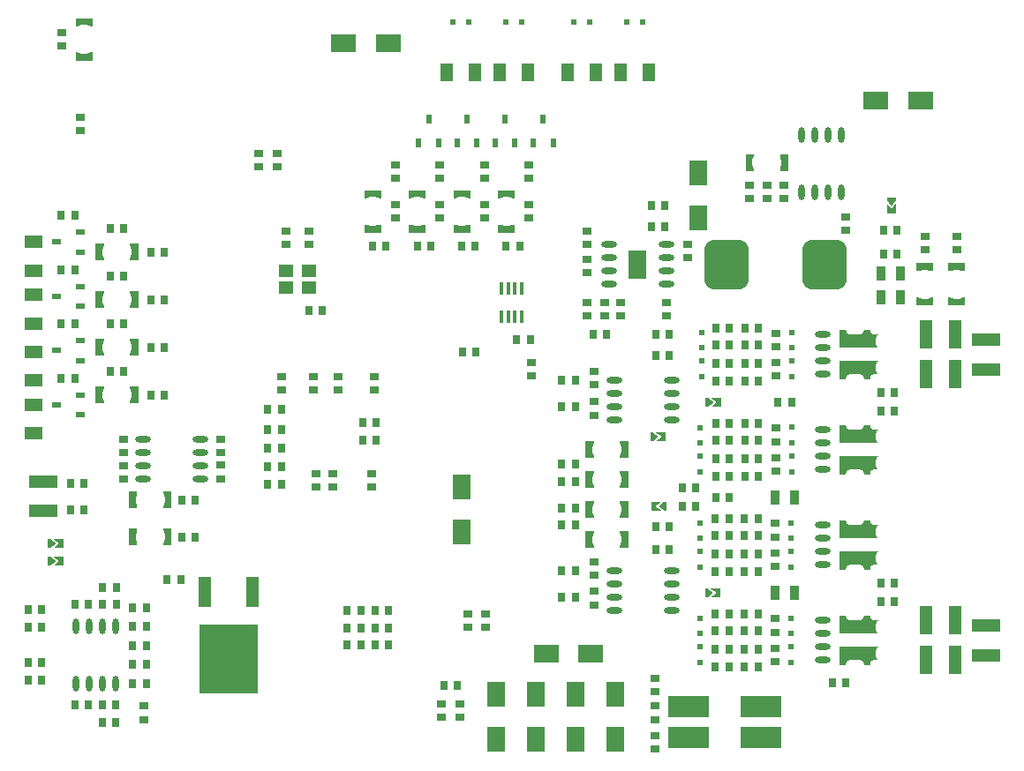
<source format=gbp>
G04*
G04 #@! TF.GenerationSoftware,Altium Limited,Altium Designer,22.8.2 (66)*
G04*
G04 Layer_Color=128*
%FSLAX44Y44*%
%MOMM*%
G71*
G04*
G04 #@! TF.SameCoordinates,5F540E87-1B0C-4F24-9FDC-59AD78F45D3A*
G04*
G04*
G04 #@! TF.FilePolarity,Positive*
G04*
G01*
G75*
%ADD74R,0.9500X0.7000*%
%ADD75R,0.7000X0.9500*%
%ADD77R,2.7500X1.2500*%
%ADD78R,1.2500X2.7500*%
%ADD79O,1.5000X0.6000*%
%ADD80R,5.6500X6.7000*%
%ADD81R,1.2000X2.9500*%
%ADD83R,0.6000X0.5000*%
%ADD84O,0.6000X1.5000*%
%ADD87R,1.4000X1.2000*%
%ADD88R,1.7500X2.4500*%
%ADD89R,2.4500X1.7500*%
%ADD90R,1.2500X1.7500*%
%ADD91R,0.6000X0.9000*%
%ADD94O,0.4000X1.2200*%
G04:AMPARAMS|DCode=95|XSize=4.3mm|YSize=4.8mm|CornerRadius=1.075mm|HoleSize=0mm|Usage=FLASHONLY|Rotation=0.000|XOffset=0mm|YOffset=0mm|HoleType=Round|Shape=RoundedRectangle|*
%AMROUNDEDRECTD95*
21,1,4.3000,2.6500,0,0,0.0*
21,1,2.1500,4.8000,0,0,0.0*
1,1,2.1500,1.0750,-1.3250*
1,1,2.1500,-1.0750,-1.3250*
1,1,2.1500,-1.0750,1.3250*
1,1,2.1500,1.0750,1.3250*
%
%ADD95ROUNDEDRECTD95*%
%ADD99R,0.9500X1.4000*%
%ADD100R,4.0000X2.0000*%
%ADD103R,0.5000X0.6000*%
%ADD104R,0.9000X0.6000*%
%ADD105R,1.7500X1.2500*%
%ADD138R,1.7100X2.7000*%
G36*
X578230Y1113590D02*
X576539Y1113588D01*
X576539Y1113588D01*
X575038Y1114239D01*
X571862Y1114995D01*
X568597Y1114996D01*
X565421Y1114240D01*
X563920Y1113590D01*
X562230Y1113590D01*
Y1121590D01*
X578230D01*
Y1113590D01*
D02*
G37*
G36*
Y1088590D02*
Y1080590D01*
X562230D01*
Y1088590D01*
X563920Y1088590D01*
X565421Y1087940D01*
X568597Y1087184D01*
X571862Y1087185D01*
X575038Y1087941D01*
X576539Y1088592D01*
X576539Y1088592D01*
X578230Y1088590D01*
D02*
G37*
G36*
X1245860Y974990D02*
X1237860D01*
X1237860Y976680D01*
X1238510Y978181D01*
X1239266Y981357D01*
X1239265Y984622D01*
X1238509Y987798D01*
X1237858Y989299D01*
X1237858Y989299D01*
X1237860Y990990D01*
X1245860D01*
Y974990D01*
D02*
G37*
G36*
X1212862Y989299D02*
X1212862Y989299D01*
X1212211Y987798D01*
X1211455Y984622D01*
X1211454Y981357D01*
X1212210Y978181D01*
X1212860Y976680D01*
X1212860Y974990D01*
X1204860D01*
Y990990D01*
X1212860D01*
X1212862Y989299D01*
D02*
G37*
G36*
X983360Y948410D02*
X981670Y948410D01*
X980169Y949060D01*
X976993Y949816D01*
X973728Y949815D01*
X970551Y949059D01*
X969051Y948408D01*
X969051Y948408D01*
X967360Y948410D01*
Y956410D01*
X983360D01*
Y948410D01*
D02*
G37*
G36*
X940603D02*
X938913Y948410D01*
X937413Y949060D01*
X934236Y949816D01*
X930971Y949815D01*
X927795Y949059D01*
X926294Y948408D01*
X926294Y948408D01*
X924603Y948410D01*
Y956410D01*
X940603D01*
Y948410D01*
D02*
G37*
G36*
X897847D02*
X896156Y948410D01*
X894656Y949060D01*
X891479Y949816D01*
X888214Y949815D01*
X885038Y949059D01*
X883538Y948408D01*
X883538Y948408D01*
X881847Y948410D01*
Y956410D01*
X897847D01*
Y948410D01*
D02*
G37*
G36*
X855090D02*
X853400Y948410D01*
X851899Y949060D01*
X848723Y949816D01*
X845458Y949815D01*
X842281Y949059D01*
X840781Y948408D01*
X840781Y948408D01*
X839090Y948410D01*
Y956410D01*
X855090D01*
Y948410D01*
D02*
G37*
G36*
X1348994Y946912D02*
X1344930Y940816D01*
X1340866Y946404D01*
Y948944D01*
X1348994D01*
Y946912D01*
D02*
G37*
G36*
Y934022D02*
X1340866D01*
Y943610D01*
X1344930Y938022D01*
X1348994Y944118D01*
Y934022D01*
D02*
G37*
G36*
X970551Y922761D02*
X973728Y922005D01*
X976993Y922004D01*
X980169Y922760D01*
X981670Y923410D01*
X983360Y923410D01*
Y915410D01*
X967360D01*
Y923410D01*
X969051Y923412D01*
X970551Y922761D01*
D02*
G37*
G36*
X927795D02*
X930971Y922005D01*
X934236Y922004D01*
X937413Y922760D01*
X938913Y923410D01*
X940603Y923410D01*
Y915410D01*
X924603D01*
Y923410D01*
X926294Y923412D01*
X927795Y922761D01*
D02*
G37*
G36*
X885038D02*
X888214Y922005D01*
X891479Y922004D01*
X894656Y922760D01*
X896156Y923410D01*
X897847Y923410D01*
Y915410D01*
X881847D01*
Y923410D01*
X883538Y923412D01*
X885038Y922761D01*
D02*
G37*
G36*
X842281D02*
X845458Y922005D01*
X848723Y922004D01*
X851899Y922760D01*
X853400Y923410D01*
X855090Y923410D01*
Y915410D01*
X839090D01*
Y923410D01*
X840781Y923412D01*
X842281Y922761D01*
D02*
G37*
G36*
X622480Y889100D02*
X614480D01*
X614478Y890791D01*
X614478Y890791D01*
X615129Y892291D01*
X615885Y895468D01*
X615886Y898733D01*
X615130Y901909D01*
X614480Y903410D01*
X614480Y905100D01*
X622480D01*
Y889100D01*
D02*
G37*
G36*
X589480Y903410D02*
X588830Y901909D01*
X588074Y898733D01*
X588075Y895468D01*
X588831Y892291D01*
X589482Y890791D01*
X589480Y889100D01*
X581480D01*
Y905100D01*
X589480D01*
X589480Y903410D01*
D02*
G37*
G36*
X1415160Y878640D02*
X1413469Y878638D01*
X1413469Y878638D01*
X1411969Y879289D01*
X1408792Y880045D01*
X1405527Y880046D01*
X1402351Y879290D01*
X1400850Y878640D01*
X1399160Y878640D01*
Y886640D01*
X1415160D01*
Y878640D01*
D02*
G37*
G36*
X1384680D02*
X1382989Y878638D01*
X1382989Y878638D01*
X1381488Y879289D01*
X1378312Y880045D01*
X1375047Y880046D01*
X1371871Y879290D01*
X1370370Y878640D01*
X1368680Y878640D01*
Y886640D01*
X1384680D01*
Y878640D01*
D02*
G37*
G36*
X1415160Y853640D02*
Y845640D01*
X1399160D01*
Y853640D01*
X1400850Y853640D01*
X1402351Y852990D01*
X1405527Y852234D01*
X1408792Y852235D01*
X1411969Y852991D01*
X1413469Y853642D01*
X1413469Y853642D01*
X1415160Y853640D01*
D02*
G37*
G36*
X1384680D02*
Y845640D01*
X1368680D01*
Y853640D01*
X1370370Y853640D01*
X1371871Y852990D01*
X1375047Y852234D01*
X1378312Y852235D01*
X1381488Y852991D01*
X1382989Y853642D01*
X1382989Y853642D01*
X1384680Y853640D01*
D02*
G37*
G36*
X622480Y843380D02*
X614480D01*
X614478Y845071D01*
X614478Y845071D01*
X615129Y846571D01*
X615885Y849748D01*
X615886Y853013D01*
X615130Y856189D01*
X614480Y857690D01*
X614480Y859380D01*
X622480D01*
Y843380D01*
D02*
G37*
G36*
X589480Y857690D02*
X588830Y856189D01*
X588074Y853013D01*
X588075Y849748D01*
X588831Y846571D01*
X589482Y845071D01*
X589480Y843380D01*
X581480D01*
Y859380D01*
X589480D01*
X589480Y857690D01*
D02*
G37*
G36*
X1324228Y821932D02*
X1324236Y821670D01*
X1324262Y821409D01*
X1324305Y821151D01*
X1324364Y820896D01*
X1324440Y820645D01*
X1324532Y820400D01*
X1324641Y820162D01*
X1324764Y819931D01*
X1324902Y819708D01*
X1325055Y819495D01*
X1325221Y819293D01*
X1325400Y819102D01*
X1325591Y818923D01*
X1325794Y818756D01*
X1326006Y818604D01*
X1326229Y818466D01*
X1326460Y818342D01*
X1326698Y818234D01*
X1326944Y818142D01*
X1327194Y818066D01*
X1327449Y818006D01*
X1327708Y817964D01*
X1327968Y817938D01*
X1328230Y817930D01*
X1332089D01*
X1332029Y817898D01*
X1331806Y817759D01*
X1331594Y817607D01*
X1331391Y817441D01*
X1331200Y817262D01*
X1331021Y817070D01*
X1330855Y816868D01*
X1330702Y816655D01*
X1330564Y816433D01*
X1330441Y816202D01*
X1330332Y815963D01*
X1330240Y815718D01*
X1330164Y815468D01*
X1330105Y815212D01*
X1330062Y814954D01*
X1330036Y814693D01*
X1330028Y814432D01*
Y808632D01*
X1330036Y808370D01*
X1330062Y808109D01*
X1330105Y807851D01*
X1330164Y807596D01*
X1330240Y807345D01*
X1330332Y807100D01*
X1330441Y806861D01*
X1330564Y806631D01*
X1330702Y806408D01*
X1330855Y806195D01*
X1331021Y805993D01*
X1331200Y805802D01*
X1331391Y805623D01*
X1331594Y805456D01*
X1331806Y805304D01*
X1332029Y805166D01*
X1332089Y805134D01*
X1295233D01*
Y822579D01*
X1301229D01*
Y821932D01*
X1301237Y821670D01*
X1301263Y821409D01*
X1301306Y821151D01*
X1301365Y820896D01*
X1301441Y820645D01*
X1301533Y820400D01*
X1301641Y820162D01*
X1301765Y819931D01*
X1301903Y819708D01*
X1302056Y819495D01*
X1302222Y819293D01*
X1302401Y819102D01*
X1302592Y818923D01*
X1302794Y818756D01*
X1303007Y818604D01*
X1303230Y818466D01*
X1303461Y818342D01*
X1303699Y818234D01*
X1303944Y818142D01*
X1304195Y818066D01*
X1304450Y818006D01*
X1304708Y817964D01*
X1304969Y817938D01*
X1305231Y817930D01*
X1314230D01*
X1314252Y817930D01*
X1314273Y817930D01*
X1314382Y817934D01*
X1314492Y817938D01*
X1314513Y817940D01*
X1314535Y817941D01*
X1314644Y817953D01*
X1314752Y817964D01*
X1314774Y817967D01*
X1314795Y817970D01*
X1314903Y817989D01*
X1315011Y818006D01*
X1315032Y818011D01*
X1315053Y818015D01*
X1315159Y818041D01*
X1315266Y818066D01*
X1315286Y818072D01*
X1315307Y818077D01*
X1315412Y818110D01*
X1315516Y818142D01*
X1315536Y818149D01*
X1315557Y818156D01*
X1315659Y818196D01*
X1315762Y818234D01*
X1315781Y818243D01*
X1315801Y818251D01*
X1315900Y818297D01*
X1316000Y818342D01*
X1316019Y818352D01*
X1316039Y818362D01*
X1316135Y818414D01*
X1316231Y818466D01*
X1316249Y818477D01*
X1316268Y818487D01*
X1316361Y818546D01*
X1316454Y818604D01*
X1316471Y818616D01*
X1316489Y818628D01*
X1316577Y818693D01*
X1316666Y818756D01*
X1316683Y818770D01*
X1316700Y818783D01*
X1316784Y818853D01*
X1316869Y818923D01*
X1316884Y818937D01*
X1316901Y818951D01*
X1316980Y819027D01*
X1317060Y819102D01*
X1317075Y819117D01*
X1317090Y819132D01*
X1317164Y819213D01*
X1317239Y819293D01*
X1317253Y819310D01*
X1317267Y819325D01*
X1317335Y819410D01*
X1317405Y819495D01*
X1317418Y819513D01*
X1317431Y819530D01*
X1317494Y819619D01*
X1317558Y819708D01*
X1317569Y819726D01*
X1317581Y819744D01*
X1317638Y819838D01*
X1317696Y819931D01*
X1317706Y819950D01*
X1317717Y819968D01*
X1317767Y820064D01*
X1317819Y820162D01*
X1317828Y820181D01*
X1317838Y820200D01*
X1317882Y820300D01*
X1317928Y820400D01*
X1317935Y820420D01*
X1317944Y820440D01*
X1317981Y820543D01*
X1318020Y820645D01*
X1318026Y820666D01*
X1318033Y820686D01*
X1318064Y820791D01*
X1318096Y820896D01*
X1318101Y820917D01*
X1318107Y820937D01*
X1318131Y821045D01*
X1318155Y821151D01*
X1318159Y821172D01*
X1318163Y821193D01*
X1318180Y821301D01*
X1318198Y821409D01*
X1318200Y821431D01*
X1318203Y821452D01*
X1318213Y821561D01*
X1318224Y821670D01*
X1318224Y821691D01*
X1318226Y821713D01*
X1318229Y821823D01*
X1318232Y821932D01*
X1318231Y821953D01*
X1318232Y821975D01*
X1318225Y822579D01*
X1324228D01*
Y821932D01*
D02*
G37*
G36*
X622480Y797660D02*
X614480D01*
X614478Y799351D01*
X614478Y799351D01*
X615129Y800851D01*
X615885Y804028D01*
X615886Y807293D01*
X615130Y810469D01*
X614480Y811970D01*
X614480Y813660D01*
X622480D01*
Y797660D01*
D02*
G37*
G36*
X589480Y811970D02*
X588830Y810469D01*
X588074Y807293D01*
X588075Y804028D01*
X588831Y800851D01*
X589482Y799351D01*
X589480Y797660D01*
X581480D01*
Y813660D01*
X589480D01*
X589480Y811970D01*
D02*
G37*
G36*
X1332025Y792496D02*
X1331803Y792358D01*
X1331590Y792205D01*
X1331387Y792039D01*
X1331196Y791860D01*
X1331017Y791669D01*
X1330851Y791466D01*
X1330698Y791254D01*
X1330560Y791031D01*
X1330437Y790800D01*
X1330329Y790562D01*
X1330236Y790316D01*
X1330160Y790066D01*
X1330101Y789811D01*
X1330058Y789552D01*
X1330032Y789292D01*
X1330024Y789030D01*
Y783230D01*
X1330032Y782968D01*
X1330058Y782708D01*
X1330101Y782449D01*
X1330160Y782194D01*
X1330236Y781944D01*
X1330329Y781699D01*
X1330437Y781460D01*
X1330560Y781229D01*
X1330698Y781006D01*
X1330851Y780794D01*
X1331017Y780591D01*
X1331196Y780400D01*
X1331387Y780221D01*
X1331590Y780055D01*
X1331803Y779902D01*
X1332025Y779764D01*
X1332085Y779732D01*
X1328226D01*
X1327964Y779724D01*
X1327704Y779698D01*
X1327445Y779655D01*
X1327190Y779596D01*
X1326940Y779520D01*
X1326694Y779427D01*
X1326456Y779319D01*
X1326225Y779196D01*
X1326003Y779058D01*
X1325790Y778905D01*
X1325587Y778739D01*
X1325396Y778560D01*
X1325217Y778369D01*
X1325051Y778166D01*
X1324898Y777953D01*
X1324760Y777731D01*
X1324637Y777500D01*
X1324529Y777262D01*
X1324436Y777016D01*
X1324360Y776766D01*
X1324301Y776511D01*
X1324258Y776252D01*
X1324232Y775992D01*
X1324224Y775730D01*
Y775082D01*
X1318221D01*
X1318228Y775687D01*
X1318227Y775708D01*
X1318228Y775730D01*
X1318225Y775839D01*
X1318222Y775949D01*
X1318220Y775970D01*
X1318220Y775992D01*
X1318209Y776101D01*
X1318199Y776210D01*
X1318196Y776231D01*
X1318194Y776252D01*
X1318176Y776360D01*
X1318159Y776469D01*
X1318155Y776490D01*
X1318151Y776511D01*
X1318127Y776617D01*
X1318103Y776724D01*
X1318097Y776745D01*
X1318092Y776766D01*
X1318060Y776871D01*
X1318029Y776976D01*
X1318022Y776996D01*
X1318016Y777016D01*
X1317977Y777119D01*
X1317940Y777222D01*
X1317931Y777241D01*
X1317923Y777262D01*
X1317878Y777362D01*
X1317834Y777461D01*
X1317824Y777480D01*
X1317815Y777500D01*
X1317763Y777598D01*
X1317713Y777694D01*
X1317702Y777712D01*
X1317692Y777731D01*
X1317634Y777824D01*
X1317577Y777917D01*
X1317565Y777935D01*
X1317554Y777953D01*
X1317490Y778043D01*
X1317427Y778132D01*
X1317414Y778149D01*
X1317401Y778166D01*
X1317331Y778252D01*
X1317263Y778336D01*
X1317249Y778352D01*
X1317235Y778369D01*
X1317160Y778449D01*
X1317086Y778529D01*
X1317071Y778544D01*
X1317056Y778560D01*
X1316976Y778635D01*
X1316897Y778710D01*
X1316880Y778724D01*
X1316865Y778739D01*
X1316780Y778808D01*
X1316696Y778879D01*
X1316679Y778891D01*
X1316662Y778905D01*
X1316573Y778969D01*
X1316485Y779034D01*
X1316467Y779045D01*
X1316449Y779058D01*
X1316357Y779115D01*
X1316264Y779174D01*
X1316245Y779185D01*
X1316227Y779196D01*
X1316131Y779248D01*
X1316035Y779300D01*
X1316015Y779309D01*
X1315996Y779319D01*
X1315896Y779365D01*
X1315797Y779411D01*
X1315777Y779419D01*
X1315758Y779427D01*
X1315656Y779466D01*
X1315553Y779506D01*
X1315532Y779512D01*
X1315513Y779520D01*
X1315408Y779551D01*
X1315303Y779584D01*
X1315282Y779589D01*
X1315262Y779596D01*
X1315155Y779621D01*
X1315049Y779647D01*
X1315028Y779650D01*
X1315007Y779655D01*
X1314899Y779673D01*
X1314791Y779692D01*
X1314769Y779694D01*
X1314748Y779698D01*
X1314640Y779709D01*
X1314531Y779721D01*
X1314509Y779722D01*
X1314488Y779724D01*
X1314378Y779727D01*
X1314269Y779732D01*
X1314247Y779731D01*
X1314226Y779732D01*
X1305227D01*
X1304965Y779724D01*
X1304704Y779698D01*
X1304446Y779655D01*
X1304191Y779596D01*
X1303940Y779520D01*
X1303695Y779427D01*
X1303457Y779319D01*
X1303226Y779196D01*
X1303003Y779058D01*
X1302791Y778905D01*
X1302588Y778739D01*
X1302397Y778560D01*
X1302218Y778369D01*
X1302052Y778166D01*
X1301899Y777953D01*
X1301761Y777731D01*
X1301637Y777500D01*
X1301529Y777262D01*
X1301437Y777016D01*
X1301361Y776766D01*
X1301302Y776511D01*
X1301259Y776252D01*
X1301233Y775992D01*
X1301225Y775730D01*
Y775082D01*
X1295229D01*
Y792528D01*
X1332085D01*
X1332025Y792496D01*
D02*
G37*
G36*
X622480Y751940D02*
X614480D01*
X614478Y753631D01*
X614478Y753631D01*
X615129Y755132D01*
X615885Y758308D01*
X615886Y761573D01*
X615130Y764749D01*
X614480Y766250D01*
X614480Y767940D01*
X622480D01*
Y751940D01*
D02*
G37*
G36*
X589480Y766250D02*
X588830Y764749D01*
X588074Y761573D01*
X588075Y758308D01*
X588831Y755132D01*
X589482Y753631D01*
X589480Y751940D01*
X581480D01*
Y767940D01*
X589480D01*
X589480Y766250D01*
D02*
G37*
G36*
X1181398Y749047D02*
X1171810D01*
X1177398Y753111D01*
X1171302Y757175D01*
X1181398D01*
Y749047D01*
D02*
G37*
G36*
X1174604Y753111D02*
X1169016Y749047D01*
X1166476D01*
Y757175D01*
X1168508D01*
X1174604Y753111D01*
D02*
G37*
G36*
X1324228Y730492D02*
X1324236Y730230D01*
X1324262Y729969D01*
X1324305Y729711D01*
X1324364Y729456D01*
X1324440Y729205D01*
X1324532Y728960D01*
X1324641Y728721D01*
X1324764Y728491D01*
X1324902Y728268D01*
X1325055Y728055D01*
X1325221Y727853D01*
X1325400Y727662D01*
X1325591Y727483D01*
X1325794Y727317D01*
X1326006Y727164D01*
X1326229Y727026D01*
X1326460Y726902D01*
X1326698Y726794D01*
X1326944Y726702D01*
X1327194Y726626D01*
X1327449Y726566D01*
X1327708Y726524D01*
X1327968Y726498D01*
X1328230Y726489D01*
X1332089D01*
X1332029Y726458D01*
X1331806Y726319D01*
X1331594Y726167D01*
X1331391Y726001D01*
X1331200Y725822D01*
X1331021Y725630D01*
X1330855Y725428D01*
X1330702Y725215D01*
X1330564Y724993D01*
X1330441Y724762D01*
X1330332Y724523D01*
X1330240Y724278D01*
X1330164Y724027D01*
X1330105Y723772D01*
X1330062Y723514D01*
X1330036Y723253D01*
X1330028Y722992D01*
Y717192D01*
X1330036Y716930D01*
X1330062Y716669D01*
X1330105Y716411D01*
X1330164Y716156D01*
X1330240Y715905D01*
X1330332Y715660D01*
X1330441Y715422D01*
X1330564Y715191D01*
X1330702Y714968D01*
X1330855Y714755D01*
X1331021Y714553D01*
X1331200Y714362D01*
X1331391Y714183D01*
X1331594Y714016D01*
X1331806Y713864D01*
X1332029Y713726D01*
X1332089Y713694D01*
X1295233D01*
Y731140D01*
X1301229D01*
Y730492D01*
X1301237Y730230D01*
X1301263Y729969D01*
X1301306Y729711D01*
X1301365Y729456D01*
X1301441Y729205D01*
X1301533Y728960D01*
X1301641Y728721D01*
X1301765Y728491D01*
X1301903Y728268D01*
X1302056Y728055D01*
X1302222Y727853D01*
X1302401Y727662D01*
X1302592Y727483D01*
X1302794Y727317D01*
X1303007Y727164D01*
X1303230Y727026D01*
X1303461Y726902D01*
X1303699Y726794D01*
X1303944Y726702D01*
X1304195Y726626D01*
X1304450Y726566D01*
X1304708Y726524D01*
X1304969Y726498D01*
X1305231Y726489D01*
X1314230D01*
X1314252Y726490D01*
X1314273Y726490D01*
X1314382Y726495D01*
X1314492Y726498D01*
X1314513Y726500D01*
X1314535Y726501D01*
X1314644Y726513D01*
X1314752Y726524D01*
X1314774Y726527D01*
X1314795Y726530D01*
X1314903Y726549D01*
X1315011Y726566D01*
X1315032Y726571D01*
X1315053Y726575D01*
X1315159Y726601D01*
X1315266Y726626D01*
X1315286Y726632D01*
X1315307Y726637D01*
X1315412Y726670D01*
X1315516Y726702D01*
X1315536Y726709D01*
X1315557Y726716D01*
X1315659Y726756D01*
X1315762Y726794D01*
X1315781Y726803D01*
X1315801Y726811D01*
X1315900Y726857D01*
X1316000Y726902D01*
X1316019Y726912D01*
X1316039Y726921D01*
X1316135Y726974D01*
X1316231Y727026D01*
X1316249Y727037D01*
X1316268Y727047D01*
X1316361Y727106D01*
X1316454Y727164D01*
X1316471Y727177D01*
X1316489Y727188D01*
X1316577Y727253D01*
X1316666Y727317D01*
X1316683Y727330D01*
X1316700Y727343D01*
X1316784Y727413D01*
X1316869Y727483D01*
X1316884Y727497D01*
X1316901Y727511D01*
X1316980Y727587D01*
X1317060Y727662D01*
X1317075Y727677D01*
X1317090Y727692D01*
X1317164Y727773D01*
X1317239Y727853D01*
X1317253Y727870D01*
X1317267Y727885D01*
X1317335Y727970D01*
X1317405Y728055D01*
X1317418Y728073D01*
X1317431Y728090D01*
X1317494Y728179D01*
X1317558Y728268D01*
X1317569Y728286D01*
X1317581Y728304D01*
X1317638Y728398D01*
X1317696Y728491D01*
X1317706Y728510D01*
X1317717Y728528D01*
X1317767Y728624D01*
X1317819Y728721D01*
X1317828Y728741D01*
X1317838Y728760D01*
X1317882Y728860D01*
X1317928Y728960D01*
X1317935Y728980D01*
X1317944Y729000D01*
X1317981Y729102D01*
X1318020Y729205D01*
X1318026Y729226D01*
X1318033Y729246D01*
X1318064Y729351D01*
X1318096Y729456D01*
X1318101Y729477D01*
X1318107Y729497D01*
X1318131Y729605D01*
X1318155Y729711D01*
X1318159Y729732D01*
X1318163Y729753D01*
X1318180Y729861D01*
X1318198Y729969D01*
X1318200Y729991D01*
X1318203Y730012D01*
X1318213Y730121D01*
X1318224Y730230D01*
X1318224Y730251D01*
X1318226Y730273D01*
X1318229Y730383D01*
X1318232Y730492D01*
X1318231Y730513D01*
X1318232Y730535D01*
X1318225Y731140D01*
X1324228D01*
Y730492D01*
D02*
G37*
G36*
X1128458Y716026D02*
X1118870D01*
X1124458Y720090D01*
X1118362Y724154D01*
X1128458D01*
Y716026D01*
D02*
G37*
G36*
X1121664Y720090D02*
X1116076Y716026D01*
X1113536D01*
Y724154D01*
X1115568D01*
X1121664Y720090D01*
D02*
G37*
G36*
X1092300Y699390D02*
X1084300D01*
X1084300Y701080D01*
X1084950Y702581D01*
X1085706Y705757D01*
X1085706Y709022D01*
X1084949Y712198D01*
X1084298Y713699D01*
X1084298Y713699D01*
X1084300Y715390D01*
X1092300D01*
Y699390D01*
D02*
G37*
G36*
X1059302Y713699D02*
X1059302Y713699D01*
X1058652Y712198D01*
X1057895Y709022D01*
X1057894Y705757D01*
X1058650Y702581D01*
X1059300Y701080D01*
X1059300Y699390D01*
X1051300D01*
Y715390D01*
X1059300D01*
X1059302Y713699D01*
D02*
G37*
G36*
X1332025Y701056D02*
X1331803Y700918D01*
X1331590Y700765D01*
X1331387Y700599D01*
X1331196Y700420D01*
X1331017Y700229D01*
X1330851Y700026D01*
X1330698Y699814D01*
X1330560Y699591D01*
X1330437Y699360D01*
X1330329Y699121D01*
X1330236Y698876D01*
X1330160Y698626D01*
X1330101Y698371D01*
X1330058Y698112D01*
X1330032Y697852D01*
X1330024Y697590D01*
Y691790D01*
X1330032Y691528D01*
X1330058Y691268D01*
X1330101Y691009D01*
X1330160Y690754D01*
X1330236Y690504D01*
X1330329Y690258D01*
X1330437Y690020D01*
X1330560Y689789D01*
X1330698Y689566D01*
X1330851Y689354D01*
X1331017Y689151D01*
X1331196Y688960D01*
X1331387Y688781D01*
X1331590Y688615D01*
X1331803Y688462D01*
X1332025Y688324D01*
X1332085Y688292D01*
X1328226D01*
X1327964Y688284D01*
X1327704Y688258D01*
X1327445Y688215D01*
X1327190Y688156D01*
X1326940Y688080D01*
X1326694Y687988D01*
X1326456Y687879D01*
X1326225Y687756D01*
X1326003Y687618D01*
X1325790Y687465D01*
X1325587Y687299D01*
X1325396Y687120D01*
X1325217Y686929D01*
X1325051Y686726D01*
X1324898Y686514D01*
X1324760Y686291D01*
X1324637Y686060D01*
X1324529Y685822D01*
X1324436Y685576D01*
X1324360Y685326D01*
X1324301Y685071D01*
X1324258Y684812D01*
X1324232Y684552D01*
X1324224Y684290D01*
Y683642D01*
X1318221D01*
X1318228Y684247D01*
X1318227Y684268D01*
X1318228Y684290D01*
X1318225Y684399D01*
X1318222Y684509D01*
X1318220Y684530D01*
X1318220Y684552D01*
X1318209Y684661D01*
X1318199Y684770D01*
X1318196Y684791D01*
X1318194Y684812D01*
X1318176Y684920D01*
X1318159Y685029D01*
X1318155Y685050D01*
X1318151Y685071D01*
X1318127Y685177D01*
X1318103Y685284D01*
X1318097Y685305D01*
X1318092Y685326D01*
X1318060Y685431D01*
X1318029Y685536D01*
X1318022Y685556D01*
X1318016Y685576D01*
X1317977Y685679D01*
X1317940Y685782D01*
X1317931Y685801D01*
X1317923Y685822D01*
X1317878Y685921D01*
X1317834Y686021D01*
X1317824Y686040D01*
X1317815Y686060D01*
X1317763Y686158D01*
X1317713Y686254D01*
X1317702Y686272D01*
X1317692Y686291D01*
X1317634Y686384D01*
X1317577Y686478D01*
X1317565Y686495D01*
X1317554Y686514D01*
X1317490Y686603D01*
X1317427Y686692D01*
X1317414Y686709D01*
X1317401Y686726D01*
X1317331Y686812D01*
X1317263Y686896D01*
X1317249Y686912D01*
X1317235Y686929D01*
X1317160Y687009D01*
X1317086Y687089D01*
X1317071Y687104D01*
X1317056Y687120D01*
X1316976Y687195D01*
X1316897Y687270D01*
X1316880Y687284D01*
X1316865Y687299D01*
X1316780Y687368D01*
X1316696Y687439D01*
X1316679Y687451D01*
X1316662Y687465D01*
X1316573Y687529D01*
X1316485Y687594D01*
X1316467Y687605D01*
X1316449Y687618D01*
X1316357Y687675D01*
X1316264Y687734D01*
X1316245Y687745D01*
X1316227Y687756D01*
X1316131Y687807D01*
X1316035Y687860D01*
X1316015Y687869D01*
X1315996Y687879D01*
X1315896Y687925D01*
X1315797Y687971D01*
X1315777Y687979D01*
X1315758Y687988D01*
X1315656Y688026D01*
X1315553Y688066D01*
X1315532Y688072D01*
X1315513Y688080D01*
X1315408Y688111D01*
X1315303Y688144D01*
X1315282Y688149D01*
X1315262Y688156D01*
X1315155Y688181D01*
X1315049Y688207D01*
X1315028Y688210D01*
X1315007Y688215D01*
X1314899Y688233D01*
X1314791Y688252D01*
X1314769Y688254D01*
X1314748Y688258D01*
X1314640Y688269D01*
X1314531Y688280D01*
X1314509Y688281D01*
X1314488Y688284D01*
X1314378Y688287D01*
X1314269Y688292D01*
X1314247Y688291D01*
X1314226Y688292D01*
X1305227D01*
X1304965Y688284D01*
X1304704Y688258D01*
X1304446Y688215D01*
X1304191Y688156D01*
X1303940Y688080D01*
X1303695Y687988D01*
X1303457Y687879D01*
X1303226Y687756D01*
X1303003Y687618D01*
X1302791Y687465D01*
X1302588Y687299D01*
X1302397Y687120D01*
X1302218Y686929D01*
X1302052Y686726D01*
X1301899Y686514D01*
X1301761Y686291D01*
X1301637Y686060D01*
X1301529Y685822D01*
X1301437Y685576D01*
X1301361Y685326D01*
X1301302Y685071D01*
X1301259Y684812D01*
X1301233Y684552D01*
X1301225Y684290D01*
Y683642D01*
X1295229D01*
Y701088D01*
X1332085D01*
X1332025Y701056D01*
D02*
G37*
G36*
X1092300Y670603D02*
X1084300D01*
X1084300Y672293D01*
X1084950Y673794D01*
X1085706Y676970D01*
X1085706Y680236D01*
X1084949Y683412D01*
X1084298Y684912D01*
X1084298Y684912D01*
X1084300Y686603D01*
X1092300D01*
Y670603D01*
D02*
G37*
G36*
X1059302Y684912D02*
X1059302Y684912D01*
X1058652Y683412D01*
X1057895Y680236D01*
X1057894Y676970D01*
X1058650Y673794D01*
X1059300Y672293D01*
X1059300Y670603D01*
X1051300D01*
Y686603D01*
X1059300D01*
X1059302Y684912D01*
D02*
G37*
G36*
X654230Y651130D02*
X646230D01*
X646228Y652821D01*
X646228Y652821D01*
X646879Y654321D01*
X647635Y657498D01*
X647636Y660763D01*
X646880Y663939D01*
X646230Y665440D01*
X646230Y667130D01*
X654230D01*
Y651130D01*
D02*
G37*
G36*
X621230Y665440D02*
X620580Y663939D01*
X619824Y660763D01*
X619825Y657498D01*
X620581Y654322D01*
X621232Y652821D01*
X621230Y651130D01*
X613230D01*
Y667130D01*
X621230D01*
X621230Y665440D01*
D02*
G37*
G36*
X1129284Y648973D02*
X1127252D01*
X1121156Y653037D01*
X1126744Y657101D01*
X1129284D01*
Y648973D01*
D02*
G37*
G36*
X1118362Y653037D02*
X1124458Y648973D01*
X1114362D01*
Y657101D01*
X1123950D01*
X1118362Y653037D01*
D02*
G37*
G36*
X1092300Y641817D02*
X1084300D01*
X1084300Y643507D01*
X1084950Y645007D01*
X1085706Y648184D01*
X1085706Y651449D01*
X1084949Y654625D01*
X1084298Y656125D01*
X1084298Y656125D01*
X1084300Y657817D01*
X1092300D01*
Y641817D01*
D02*
G37*
G36*
X1059302Y656125D02*
X1059302Y656125D01*
X1058652Y654625D01*
X1057895Y651449D01*
X1057894Y648184D01*
X1058650Y645007D01*
X1059300Y643507D01*
X1059300Y641817D01*
X1051300D01*
Y657817D01*
X1059300D01*
X1059302Y656125D01*
D02*
G37*
G36*
X1324228Y639052D02*
X1324236Y638790D01*
X1324262Y638529D01*
X1324305Y638271D01*
X1324364Y638016D01*
X1324440Y637765D01*
X1324532Y637520D01*
X1324641Y637281D01*
X1324764Y637051D01*
X1324902Y636828D01*
X1325055Y636615D01*
X1325221Y636413D01*
X1325400Y636222D01*
X1325591Y636043D01*
X1325794Y635877D01*
X1326006Y635724D01*
X1326229Y635586D01*
X1326460Y635462D01*
X1326698Y635354D01*
X1326944Y635262D01*
X1327194Y635186D01*
X1327449Y635126D01*
X1327708Y635084D01*
X1327968Y635058D01*
X1328230Y635050D01*
X1332089D01*
X1332029Y635018D01*
X1331806Y634879D01*
X1331594Y634727D01*
X1331391Y634561D01*
X1331200Y634382D01*
X1331021Y634190D01*
X1330855Y633988D01*
X1330702Y633775D01*
X1330564Y633553D01*
X1330441Y633322D01*
X1330332Y633083D01*
X1330240Y632838D01*
X1330164Y632588D01*
X1330105Y632332D01*
X1330062Y632074D01*
X1330036Y631813D01*
X1330028Y631552D01*
Y625752D01*
X1330036Y625490D01*
X1330062Y625229D01*
X1330105Y624971D01*
X1330164Y624716D01*
X1330240Y624465D01*
X1330332Y624220D01*
X1330441Y623982D01*
X1330564Y623751D01*
X1330702Y623528D01*
X1330855Y623315D01*
X1331021Y623113D01*
X1331200Y622922D01*
X1331391Y622743D01*
X1331594Y622576D01*
X1331806Y622424D01*
X1332029Y622286D01*
X1332089Y622254D01*
X1295233D01*
Y639700D01*
X1301229D01*
Y639052D01*
X1301237Y638790D01*
X1301263Y638529D01*
X1301306Y638271D01*
X1301365Y638016D01*
X1301441Y637765D01*
X1301533Y637520D01*
X1301641Y637281D01*
X1301765Y637051D01*
X1301903Y636828D01*
X1302056Y636615D01*
X1302222Y636413D01*
X1302401Y636222D01*
X1302592Y636043D01*
X1302794Y635877D01*
X1303007Y635724D01*
X1303230Y635586D01*
X1303461Y635462D01*
X1303699Y635354D01*
X1303944Y635262D01*
X1304195Y635186D01*
X1304450Y635126D01*
X1304708Y635084D01*
X1304969Y635058D01*
X1305231Y635050D01*
X1314230D01*
X1314252Y635050D01*
X1314273Y635050D01*
X1314382Y635055D01*
X1314492Y635058D01*
X1314513Y635060D01*
X1314535Y635061D01*
X1314644Y635073D01*
X1314752Y635084D01*
X1314774Y635087D01*
X1314795Y635090D01*
X1314903Y635109D01*
X1315011Y635126D01*
X1315032Y635131D01*
X1315053Y635135D01*
X1315159Y635161D01*
X1315266Y635186D01*
X1315286Y635192D01*
X1315307Y635197D01*
X1315412Y635230D01*
X1315516Y635262D01*
X1315536Y635269D01*
X1315557Y635276D01*
X1315659Y635316D01*
X1315762Y635354D01*
X1315781Y635363D01*
X1315801Y635371D01*
X1315900Y635417D01*
X1316000Y635462D01*
X1316019Y635472D01*
X1316039Y635481D01*
X1316135Y635534D01*
X1316231Y635586D01*
X1316249Y635597D01*
X1316268Y635607D01*
X1316361Y635666D01*
X1316454Y635724D01*
X1316471Y635737D01*
X1316489Y635748D01*
X1316577Y635813D01*
X1316666Y635877D01*
X1316683Y635890D01*
X1316700Y635903D01*
X1316784Y635973D01*
X1316869Y636043D01*
X1316884Y636057D01*
X1316901Y636071D01*
X1316980Y636147D01*
X1317060Y636222D01*
X1317075Y636237D01*
X1317090Y636252D01*
X1317164Y636333D01*
X1317239Y636413D01*
X1317253Y636430D01*
X1317267Y636445D01*
X1317335Y636530D01*
X1317405Y636615D01*
X1317418Y636633D01*
X1317431Y636650D01*
X1317494Y636739D01*
X1317558Y636828D01*
X1317569Y636846D01*
X1317581Y636864D01*
X1317638Y636958D01*
X1317696Y637051D01*
X1317706Y637070D01*
X1317717Y637088D01*
X1317767Y637184D01*
X1317819Y637281D01*
X1317828Y637301D01*
X1317838Y637320D01*
X1317882Y637420D01*
X1317928Y637520D01*
X1317935Y637540D01*
X1317944Y637560D01*
X1317981Y637663D01*
X1318020Y637765D01*
X1318026Y637786D01*
X1318033Y637806D01*
X1318064Y637911D01*
X1318096Y638016D01*
X1318101Y638037D01*
X1318107Y638057D01*
X1318131Y638165D01*
X1318155Y638271D01*
X1318159Y638292D01*
X1318163Y638313D01*
X1318180Y638421D01*
X1318198Y638529D01*
X1318200Y638551D01*
X1318203Y638572D01*
X1318213Y638681D01*
X1318224Y638790D01*
X1318224Y638811D01*
X1318226Y638833D01*
X1318229Y638943D01*
X1318232Y639052D01*
X1318231Y639073D01*
X1318232Y639095D01*
X1318225Y639700D01*
X1324228D01*
Y639052D01*
D02*
G37*
G36*
X654230Y615570D02*
X646230D01*
X646228Y617261D01*
X646228Y617261D01*
X646879Y618761D01*
X647635Y621938D01*
X647636Y625203D01*
X646880Y628379D01*
X646230Y629880D01*
X646230Y631570D01*
X654230D01*
Y615570D01*
D02*
G37*
G36*
X621230Y629880D02*
X620580Y628379D01*
X619824Y625203D01*
X619825Y621938D01*
X620581Y618761D01*
X621232Y617261D01*
X621230Y615570D01*
X613230D01*
Y631570D01*
X621230D01*
X621230Y629880D01*
D02*
G37*
G36*
X550758Y613156D02*
X541170D01*
X546758Y617220D01*
X540662Y621284D01*
X550758D01*
Y613156D01*
D02*
G37*
G36*
X543964Y617220D02*
X538376Y613156D01*
X535836D01*
Y621284D01*
X537868D01*
X543964Y617220D01*
D02*
G37*
G36*
X1092300Y613030D02*
X1084300D01*
X1084300Y614720D01*
X1084950Y616221D01*
X1085706Y619397D01*
X1085706Y622662D01*
X1084949Y625839D01*
X1084298Y627339D01*
X1084298Y627339D01*
X1084300Y629030D01*
X1092300D01*
Y613030D01*
D02*
G37*
G36*
X1059302Y627339D02*
X1059302Y627339D01*
X1058652Y625839D01*
X1057895Y622662D01*
X1057894Y619397D01*
X1058650Y616221D01*
X1059300Y614720D01*
X1059300Y613030D01*
X1051300D01*
Y629030D01*
X1059300D01*
X1059302Y627339D01*
D02*
G37*
G36*
X550758Y596646D02*
X541170D01*
X546758Y600710D01*
X540662Y604774D01*
X550758D01*
Y596646D01*
D02*
G37*
G36*
X543964Y600710D02*
X538376Y596646D01*
X535836D01*
Y604774D01*
X537868D01*
X543964Y600710D01*
D02*
G37*
G36*
X1332025Y609616D02*
X1331803Y609478D01*
X1331590Y609325D01*
X1331387Y609159D01*
X1331196Y608980D01*
X1331017Y608789D01*
X1330851Y608586D01*
X1330698Y608373D01*
X1330560Y608151D01*
X1330437Y607920D01*
X1330329Y607682D01*
X1330236Y607436D01*
X1330160Y607186D01*
X1330101Y606931D01*
X1330058Y606672D01*
X1330032Y606412D01*
X1330024Y606150D01*
Y600350D01*
X1330032Y600088D01*
X1330058Y599828D01*
X1330101Y599569D01*
X1330160Y599314D01*
X1330236Y599064D01*
X1330329Y598819D01*
X1330437Y598580D01*
X1330560Y598349D01*
X1330698Y598126D01*
X1330851Y597914D01*
X1331017Y597711D01*
X1331196Y597520D01*
X1331387Y597341D01*
X1331590Y597175D01*
X1331803Y597022D01*
X1332025Y596884D01*
X1332085Y596852D01*
X1328226D01*
X1327964Y596844D01*
X1327704Y596818D01*
X1327445Y596775D01*
X1327190Y596716D01*
X1326940Y596640D01*
X1326694Y596548D01*
X1326456Y596439D01*
X1326225Y596316D01*
X1326003Y596178D01*
X1325790Y596025D01*
X1325587Y595859D01*
X1325396Y595680D01*
X1325217Y595489D01*
X1325051Y595286D01*
X1324898Y595074D01*
X1324760Y594851D01*
X1324637Y594620D01*
X1324529Y594381D01*
X1324436Y594136D01*
X1324360Y593886D01*
X1324301Y593631D01*
X1324258Y593372D01*
X1324232Y593112D01*
X1324224Y592850D01*
Y592202D01*
X1318221D01*
X1318228Y592807D01*
X1318227Y592828D01*
X1318228Y592850D01*
X1318225Y592959D01*
X1318222Y593069D01*
X1318220Y593090D01*
X1318220Y593112D01*
X1318209Y593221D01*
X1318199Y593330D01*
X1318196Y593351D01*
X1318194Y593372D01*
X1318176Y593480D01*
X1318159Y593588D01*
X1318155Y593610D01*
X1318151Y593631D01*
X1318127Y593737D01*
X1318103Y593844D01*
X1318097Y593865D01*
X1318092Y593886D01*
X1318060Y593991D01*
X1318029Y594096D01*
X1318022Y594116D01*
X1318016Y594136D01*
X1317977Y594239D01*
X1317940Y594342D01*
X1317931Y594361D01*
X1317923Y594381D01*
X1317878Y594482D01*
X1317834Y594581D01*
X1317824Y594600D01*
X1317815Y594620D01*
X1317763Y594717D01*
X1317713Y594814D01*
X1317702Y594832D01*
X1317692Y594851D01*
X1317634Y594944D01*
X1317577Y595037D01*
X1317565Y595055D01*
X1317554Y595074D01*
X1317490Y595163D01*
X1317427Y595252D01*
X1317414Y595269D01*
X1317401Y595286D01*
X1317331Y595372D01*
X1317263Y595456D01*
X1317249Y595472D01*
X1317235Y595489D01*
X1317160Y595569D01*
X1317086Y595649D01*
X1317071Y595664D01*
X1317056Y595680D01*
X1316976Y595755D01*
X1316897Y595830D01*
X1316880Y595844D01*
X1316865Y595859D01*
X1316780Y595928D01*
X1316696Y595999D01*
X1316679Y596011D01*
X1316662Y596025D01*
X1316573Y596089D01*
X1316485Y596153D01*
X1316467Y596165D01*
X1316449Y596178D01*
X1316357Y596235D01*
X1316264Y596294D01*
X1316245Y596305D01*
X1316227Y596316D01*
X1316131Y596367D01*
X1316035Y596420D01*
X1316015Y596429D01*
X1315996Y596439D01*
X1315896Y596485D01*
X1315797Y596531D01*
X1315777Y596539D01*
X1315758Y596548D01*
X1315656Y596586D01*
X1315553Y596626D01*
X1315532Y596632D01*
X1315513Y596640D01*
X1315408Y596671D01*
X1315303Y596704D01*
X1315282Y596710D01*
X1315262Y596716D01*
X1315155Y596741D01*
X1315049Y596767D01*
X1315028Y596770D01*
X1315007Y596775D01*
X1314899Y596793D01*
X1314791Y596812D01*
X1314769Y596814D01*
X1314748Y596818D01*
X1314640Y596829D01*
X1314531Y596841D01*
X1314509Y596842D01*
X1314488Y596844D01*
X1314378Y596847D01*
X1314269Y596852D01*
X1314247Y596851D01*
X1314226Y596852D01*
X1305227D01*
X1304965Y596844D01*
X1304704Y596818D01*
X1304446Y596775D01*
X1304191Y596716D01*
X1303940Y596640D01*
X1303695Y596548D01*
X1303457Y596439D01*
X1303226Y596316D01*
X1303003Y596178D01*
X1302791Y596025D01*
X1302588Y595859D01*
X1302397Y595680D01*
X1302218Y595489D01*
X1302052Y595286D01*
X1301899Y595074D01*
X1301761Y594851D01*
X1301637Y594620D01*
X1301529Y594381D01*
X1301437Y594136D01*
X1301361Y593886D01*
X1301302Y593631D01*
X1301259Y593372D01*
X1301233Y593112D01*
X1301225Y592850D01*
Y592202D01*
X1295229D01*
Y609648D01*
X1332085D01*
X1332025Y609616D01*
D02*
G37*
G36*
X1180918Y566167D02*
X1171330D01*
X1176918Y570231D01*
X1170822Y574295D01*
X1180918D01*
Y566167D01*
D02*
G37*
G36*
X1174124Y570231D02*
X1168536Y566167D01*
X1165996D01*
Y574295D01*
X1168028D01*
X1174124Y570231D01*
D02*
G37*
G36*
X1324228Y547612D02*
X1324236Y547350D01*
X1324262Y547089D01*
X1324305Y546831D01*
X1324364Y546576D01*
X1324440Y546325D01*
X1324532Y546080D01*
X1324641Y545841D01*
X1324764Y545611D01*
X1324902Y545388D01*
X1325055Y545175D01*
X1325221Y544973D01*
X1325400Y544782D01*
X1325591Y544603D01*
X1325794Y544436D01*
X1326006Y544284D01*
X1326229Y544146D01*
X1326460Y544022D01*
X1326698Y543914D01*
X1326944Y543822D01*
X1327194Y543746D01*
X1327449Y543686D01*
X1327708Y543644D01*
X1327968Y543618D01*
X1328230Y543610D01*
X1332089D01*
X1332029Y543578D01*
X1331806Y543439D01*
X1331594Y543287D01*
X1331391Y543121D01*
X1331200Y542942D01*
X1331021Y542750D01*
X1330855Y542548D01*
X1330702Y542335D01*
X1330564Y542113D01*
X1330441Y541882D01*
X1330332Y541643D01*
X1330240Y541398D01*
X1330164Y541147D01*
X1330105Y540892D01*
X1330062Y540634D01*
X1330036Y540373D01*
X1330028Y540112D01*
Y534312D01*
X1330036Y534050D01*
X1330062Y533789D01*
X1330105Y533531D01*
X1330164Y533276D01*
X1330240Y533025D01*
X1330332Y532780D01*
X1330441Y532542D01*
X1330564Y532311D01*
X1330702Y532088D01*
X1330855Y531875D01*
X1331021Y531673D01*
X1331200Y531482D01*
X1331391Y531303D01*
X1331594Y531137D01*
X1331806Y530984D01*
X1332029Y530846D01*
X1332089Y530814D01*
X1295233D01*
Y548260D01*
X1301229D01*
Y547612D01*
X1301237Y547350D01*
X1301263Y547089D01*
X1301306Y546831D01*
X1301365Y546576D01*
X1301441Y546325D01*
X1301533Y546080D01*
X1301641Y545841D01*
X1301765Y545611D01*
X1301903Y545388D01*
X1302056Y545175D01*
X1302222Y544973D01*
X1302401Y544782D01*
X1302592Y544603D01*
X1302794Y544436D01*
X1303007Y544284D01*
X1303230Y544146D01*
X1303461Y544022D01*
X1303699Y543914D01*
X1303944Y543822D01*
X1304195Y543746D01*
X1304450Y543686D01*
X1304708Y543644D01*
X1304969Y543618D01*
X1305231Y543610D01*
X1314230D01*
X1314252Y543610D01*
X1314273Y543610D01*
X1314382Y543615D01*
X1314492Y543618D01*
X1314513Y543620D01*
X1314535Y543621D01*
X1314644Y543633D01*
X1314752Y543644D01*
X1314774Y543647D01*
X1314795Y543650D01*
X1314903Y543669D01*
X1315011Y543686D01*
X1315032Y543691D01*
X1315053Y543695D01*
X1315159Y543721D01*
X1315266Y543746D01*
X1315286Y543752D01*
X1315307Y543757D01*
X1315412Y543790D01*
X1315516Y543822D01*
X1315536Y543829D01*
X1315557Y543836D01*
X1315659Y543876D01*
X1315762Y543914D01*
X1315781Y543923D01*
X1315801Y543931D01*
X1315900Y543977D01*
X1316000Y544022D01*
X1316019Y544032D01*
X1316039Y544041D01*
X1316135Y544094D01*
X1316231Y544146D01*
X1316249Y544157D01*
X1316268Y544167D01*
X1316361Y544226D01*
X1316454Y544284D01*
X1316471Y544296D01*
X1316489Y544308D01*
X1316577Y544373D01*
X1316666Y544436D01*
X1316683Y544450D01*
X1316700Y544463D01*
X1316784Y544533D01*
X1316869Y544603D01*
X1316884Y544617D01*
X1316901Y544631D01*
X1316980Y544707D01*
X1317060Y544782D01*
X1317075Y544797D01*
X1317090Y544812D01*
X1317164Y544893D01*
X1317239Y544973D01*
X1317253Y544990D01*
X1317267Y545005D01*
X1317335Y545090D01*
X1317405Y545175D01*
X1317418Y545193D01*
X1317431Y545210D01*
X1317494Y545299D01*
X1317558Y545388D01*
X1317569Y545406D01*
X1317581Y545424D01*
X1317638Y545518D01*
X1317696Y545611D01*
X1317706Y545630D01*
X1317717Y545648D01*
X1317767Y545744D01*
X1317819Y545841D01*
X1317828Y545861D01*
X1317838Y545880D01*
X1317882Y545980D01*
X1317928Y546080D01*
X1317935Y546100D01*
X1317944Y546120D01*
X1317981Y546222D01*
X1318020Y546325D01*
X1318026Y546346D01*
X1318033Y546366D01*
X1318064Y546471D01*
X1318096Y546576D01*
X1318101Y546597D01*
X1318107Y546617D01*
X1318131Y546725D01*
X1318155Y546831D01*
X1318159Y546852D01*
X1318163Y546873D01*
X1318180Y546981D01*
X1318198Y547089D01*
X1318200Y547111D01*
X1318203Y547132D01*
X1318213Y547241D01*
X1318224Y547350D01*
X1318224Y547371D01*
X1318226Y547393D01*
X1318229Y547503D01*
X1318232Y547612D01*
X1318231Y547633D01*
X1318232Y547655D01*
X1318225Y548260D01*
X1324228D01*
Y547612D01*
D02*
G37*
G36*
X1332025Y518176D02*
X1331803Y518038D01*
X1331590Y517885D01*
X1331387Y517719D01*
X1331196Y517540D01*
X1331017Y517349D01*
X1330851Y517146D01*
X1330698Y516934D01*
X1330560Y516711D01*
X1330437Y516480D01*
X1330329Y516241D01*
X1330236Y515996D01*
X1330160Y515746D01*
X1330101Y515491D01*
X1330058Y515232D01*
X1330032Y514972D01*
X1330024Y514710D01*
Y508910D01*
X1330032Y508648D01*
X1330058Y508388D01*
X1330101Y508129D01*
X1330160Y507874D01*
X1330236Y507624D01*
X1330329Y507379D01*
X1330437Y507140D01*
X1330560Y506909D01*
X1330698Y506687D01*
X1330851Y506474D01*
X1331017Y506271D01*
X1331196Y506080D01*
X1331387Y505901D01*
X1331590Y505735D01*
X1331803Y505582D01*
X1332025Y505444D01*
X1332085Y505412D01*
X1328226D01*
X1327964Y505404D01*
X1327704Y505378D01*
X1327445Y505335D01*
X1327190Y505276D01*
X1326940Y505200D01*
X1326694Y505107D01*
X1326456Y504999D01*
X1326225Y504876D01*
X1326003Y504738D01*
X1325790Y504585D01*
X1325587Y504419D01*
X1325396Y504240D01*
X1325217Y504049D01*
X1325051Y503846D01*
X1324898Y503633D01*
X1324760Y503411D01*
X1324637Y503180D01*
X1324529Y502942D01*
X1324436Y502696D01*
X1324360Y502446D01*
X1324301Y502191D01*
X1324258Y501932D01*
X1324232Y501672D01*
X1324224Y501410D01*
Y500762D01*
X1318221D01*
X1318228Y501367D01*
X1318227Y501389D01*
X1318228Y501410D01*
X1318225Y501519D01*
X1318222Y501629D01*
X1318220Y501650D01*
X1318220Y501672D01*
X1318209Y501781D01*
X1318199Y501890D01*
X1318196Y501911D01*
X1318194Y501932D01*
X1318176Y502040D01*
X1318159Y502149D01*
X1318155Y502170D01*
X1318151Y502191D01*
X1318127Y502297D01*
X1318103Y502404D01*
X1318097Y502425D01*
X1318092Y502446D01*
X1318060Y502551D01*
X1318029Y502656D01*
X1318022Y502676D01*
X1318016Y502696D01*
X1317977Y502799D01*
X1317940Y502902D01*
X1317931Y502921D01*
X1317923Y502942D01*
X1317878Y503041D01*
X1317834Y503141D01*
X1317824Y503160D01*
X1317815Y503180D01*
X1317763Y503278D01*
X1317713Y503374D01*
X1317702Y503392D01*
X1317692Y503411D01*
X1317634Y503504D01*
X1317577Y503597D01*
X1317565Y503615D01*
X1317554Y503633D01*
X1317490Y503723D01*
X1317427Y503812D01*
X1317414Y503829D01*
X1317401Y503846D01*
X1317331Y503932D01*
X1317263Y504016D01*
X1317249Y504032D01*
X1317235Y504049D01*
X1317160Y504129D01*
X1317086Y504209D01*
X1317071Y504224D01*
X1317056Y504240D01*
X1316976Y504315D01*
X1316897Y504390D01*
X1316880Y504404D01*
X1316865Y504419D01*
X1316780Y504488D01*
X1316696Y504559D01*
X1316679Y504571D01*
X1316662Y504585D01*
X1316573Y504649D01*
X1316485Y504714D01*
X1316467Y504725D01*
X1316449Y504738D01*
X1316357Y504795D01*
X1316264Y504854D01*
X1316245Y504865D01*
X1316227Y504876D01*
X1316131Y504927D01*
X1316035Y504980D01*
X1316015Y504989D01*
X1315996Y504999D01*
X1315896Y505045D01*
X1315797Y505091D01*
X1315777Y505099D01*
X1315758Y505107D01*
X1315656Y505146D01*
X1315553Y505186D01*
X1315532Y505192D01*
X1315513Y505200D01*
X1315408Y505231D01*
X1315303Y505264D01*
X1315282Y505270D01*
X1315262Y505276D01*
X1315155Y505301D01*
X1315049Y505327D01*
X1315028Y505330D01*
X1315007Y505335D01*
X1314899Y505353D01*
X1314791Y505372D01*
X1314769Y505374D01*
X1314748Y505378D01*
X1314640Y505389D01*
X1314531Y505401D01*
X1314509Y505401D01*
X1314488Y505404D01*
X1314378Y505407D01*
X1314269Y505412D01*
X1314247Y505411D01*
X1314226Y505412D01*
X1305227D01*
X1304965Y505404D01*
X1304704Y505378D01*
X1304446Y505335D01*
X1304191Y505276D01*
X1303940Y505200D01*
X1303695Y505107D01*
X1303457Y504999D01*
X1303226Y504876D01*
X1303003Y504738D01*
X1302791Y504585D01*
X1302588Y504419D01*
X1302397Y504240D01*
X1302218Y504049D01*
X1302052Y503846D01*
X1301899Y503633D01*
X1301761Y503411D01*
X1301637Y503180D01*
X1301529Y502942D01*
X1301437Y502696D01*
X1301361Y502446D01*
X1301302Y502191D01*
X1301259Y501932D01*
X1301233Y501672D01*
X1301225Y501410D01*
Y500762D01*
X1295229D01*
Y518208D01*
X1332085D01*
X1332025Y518176D01*
D02*
G37*
D74*
X999490Y778360D02*
D03*
Y791360D02*
D03*
X792480Y671680D02*
D03*
X808990D02*
D03*
X1225360Y961420D02*
D03*
Y948420D02*
D03*
X1241870Y961420D02*
D03*
Y948420D02*
D03*
X1208850Y961420D02*
D03*
Y948420D02*
D03*
X1059180Y558370D02*
D03*
Y571370D02*
D03*
Y599590D02*
D03*
Y586590D02*
D03*
X608180Y679320D02*
D03*
Y692320D02*
D03*
Y717720D02*
D03*
Y704720D02*
D03*
X566420Y1013310D02*
D03*
Y1026310D02*
D03*
X1117600Y474980D02*
D03*
Y487980D02*
D03*
X548640Y1094590D02*
D03*
Y1107590D02*
D03*
X1407160Y912010D02*
D03*
Y899010D02*
D03*
X1376680Y912010D02*
D03*
Y899010D02*
D03*
X789940Y764390D02*
D03*
Y777390D02*
D03*
X792480Y684680D02*
D03*
X759460Y764390D02*
D03*
Y777390D02*
D03*
X814070Y764390D02*
D03*
Y777390D02*
D03*
X848360Y777390D02*
D03*
Y764390D02*
D03*
X845820Y684680D02*
D03*
Y671680D02*
D03*
X808990Y684680D02*
D03*
X627380Y461310D02*
D03*
Y448310D02*
D03*
X786130Y904090D02*
D03*
Y917090D02*
D03*
X763700Y904090D02*
D03*
Y917090D02*
D03*
X1052830Y917090D02*
D03*
Y904090D02*
D03*
X701040Y704720D02*
D03*
Y717720D02*
D03*
Y692620D02*
D03*
Y679620D02*
D03*
X737870Y979020D02*
D03*
Y992020D02*
D03*
X755650Y978870D02*
D03*
Y991870D02*
D03*
X868680Y929490D02*
D03*
Y942490D02*
D03*
X911437Y929410D02*
D03*
Y942410D02*
D03*
X868680Y980590D02*
D03*
Y967590D02*
D03*
X911437Y980590D02*
D03*
Y967590D02*
D03*
X996950Y980590D02*
D03*
Y967590D02*
D03*
X954193Y980590D02*
D03*
Y967590D02*
D03*
X954193Y929410D02*
D03*
Y942410D02*
D03*
X996950Y929480D02*
D03*
Y942480D02*
D03*
X955040Y550060D02*
D03*
Y537060D02*
D03*
X938530Y550060D02*
D03*
Y537060D02*
D03*
X1300480Y931060D02*
D03*
Y918060D02*
D03*
X1052830Y848510D02*
D03*
Y835510D02*
D03*
Y890410D02*
D03*
Y877410D02*
D03*
X1128600Y835510D02*
D03*
Y848510D02*
D03*
X1085350Y835510D02*
D03*
Y848510D02*
D03*
X1069340Y835510D02*
D03*
Y848510D02*
D03*
X1059180Y753536D02*
D03*
Y740536D02*
D03*
Y769436D02*
D03*
Y782436D02*
D03*
X1149350Y904390D02*
D03*
Y891390D02*
D03*
X930910Y463700D02*
D03*
Y450700D02*
D03*
X1117600Y461359D02*
D03*
Y448359D02*
D03*
X913130Y463700D02*
D03*
Y450700D02*
D03*
X1233650Y686920D02*
D03*
Y699920D02*
D03*
Y728010D02*
D03*
Y715010D02*
D03*
Y819300D02*
D03*
Y806300D02*
D03*
Y778360D02*
D03*
Y791360D02*
D03*
X1233170Y545130D02*
D03*
Y532130D02*
D03*
Y636570D02*
D03*
Y623570D02*
D03*
Y504040D02*
D03*
Y517040D02*
D03*
Y595330D02*
D03*
Y608330D02*
D03*
X1117600Y433099D02*
D03*
Y420099D02*
D03*
D75*
X1248920Y753111D02*
D03*
X1235920D02*
D03*
X1337160Y895498D02*
D03*
X1350160D02*
D03*
X1118720Y611590D02*
D03*
X1131720D02*
D03*
X1118720Y633810D02*
D03*
X1131720D02*
D03*
X1337160Y918060D02*
D03*
X1350160D02*
D03*
X1287830Y483870D02*
D03*
X1300830D02*
D03*
X1118720Y797560D02*
D03*
X1131720D02*
D03*
X1118720Y817880D02*
D03*
X1131720D02*
D03*
X1114600Y921207D02*
D03*
X1127600D02*
D03*
X1114600Y941447D02*
D03*
X1127600D02*
D03*
X601130Y575310D02*
D03*
X588130D02*
D03*
X849480Y519880D02*
D03*
X862480D02*
D03*
X849480Y536390D02*
D03*
X862480D02*
D03*
X988170Y902970D02*
D03*
X975170D02*
D03*
X902847D02*
D03*
X889847D02*
D03*
X860090D02*
D03*
X847090D02*
D03*
X945413D02*
D03*
X932413D02*
D03*
X647426Y759940D02*
D03*
X634426D02*
D03*
X647426Y897100D02*
D03*
X634426D02*
D03*
X647426Y851380D02*
D03*
X634426D02*
D03*
X647426Y805660D02*
D03*
X634426D02*
D03*
X1028550Y676910D02*
D03*
X1041550D02*
D03*
X1028550Y635000D02*
D03*
X1041550D02*
D03*
X1028550Y693420D02*
D03*
X1041550D02*
D03*
X1028550Y651510D02*
D03*
X1041550D02*
D03*
X677060Y623570D02*
D03*
X664060D02*
D03*
X677060Y659130D02*
D03*
X664060D02*
D03*
X630070Y555410D02*
D03*
X617070D02*
D03*
X946300Y801150D02*
D03*
X933300D02*
D03*
X759610Y674370D02*
D03*
X746610D02*
D03*
X759665Y745863D02*
D03*
X746665D02*
D03*
X759610Y708660D02*
D03*
X746610D02*
D03*
X759610Y690880D02*
D03*
X746610D02*
D03*
X759610Y726440D02*
D03*
X746610D02*
D03*
X985370Y812800D02*
D03*
X998370D02*
D03*
X548560Y932180D02*
D03*
X561560D02*
D03*
X608480Y919480D02*
D03*
X595480D02*
D03*
X608480Y873760D02*
D03*
X595480D02*
D03*
X548560Y880110D02*
D03*
X561560D02*
D03*
X650090Y582930D02*
D03*
X663090D02*
D03*
X608480Y782320D02*
D03*
X595480D02*
D03*
X548560Y775970D02*
D03*
X561560D02*
D03*
X608480Y828350D02*
D03*
X595480D02*
D03*
X548560D02*
D03*
X561560D02*
D03*
X837560Y733173D02*
D03*
X850560D02*
D03*
X837560Y716663D02*
D03*
X850560D02*
D03*
X570350Y649950D02*
D03*
X557350D02*
D03*
X617070Y501650D02*
D03*
X630070D02*
D03*
X617070Y482830D02*
D03*
X630070D02*
D03*
X557350Y675350D02*
D03*
X570350D02*
D03*
X617070Y519430D02*
D03*
X630070D02*
D03*
X516740Y553810D02*
D03*
X529740D02*
D03*
X516740Y537300D02*
D03*
X529740D02*
D03*
X529740Y502920D02*
D03*
X516740D02*
D03*
X529740Y486500D02*
D03*
X516740D02*
D03*
X561310Y462280D02*
D03*
X574310D02*
D03*
X617070Y538130D02*
D03*
X630070D02*
D03*
X588130Y558800D02*
D03*
X601130D02*
D03*
X587830Y445770D02*
D03*
X600830D02*
D03*
X587830Y462280D02*
D03*
X600830D02*
D03*
X574460Y558800D02*
D03*
X561460D02*
D03*
X1058800Y817880D02*
D03*
X1071800D02*
D03*
X785980Y840740D02*
D03*
X798980D02*
D03*
X1028550Y748786D02*
D03*
X1041550D02*
D03*
X1028550Y774186D02*
D03*
X1041550D02*
D03*
X928520Y481330D02*
D03*
X915520D02*
D03*
X1204290Y681990D02*
D03*
X1217290D02*
D03*
X1176350D02*
D03*
X1189350D02*
D03*
X1204290Y716280D02*
D03*
X1217290D02*
D03*
X1176350Y732790D02*
D03*
X1189350D02*
D03*
X1176350Y698500D02*
D03*
X1189350D02*
D03*
X1204290D02*
D03*
X1217290D02*
D03*
X1176350Y716280D02*
D03*
X1189350D02*
D03*
X1204290Y732790D02*
D03*
X1217290D02*
D03*
X1204290Y789940D02*
D03*
X1217290D02*
D03*
X1204290Y773430D02*
D03*
X1217290D02*
D03*
X1204290Y807720D02*
D03*
X1217290D02*
D03*
X1204290Y824230D02*
D03*
X1217290D02*
D03*
X1176350D02*
D03*
X1189350D02*
D03*
X1176350Y789940D02*
D03*
X1189350D02*
D03*
X1176350Y773430D02*
D03*
X1189350D02*
D03*
X1176350Y807720D02*
D03*
X1189350D02*
D03*
X1334620Y744220D02*
D03*
X1347620D02*
D03*
X1334620Y579120D02*
D03*
X1347620D02*
D03*
X1334620Y561340D02*
D03*
X1347620D02*
D03*
X1203810Y533400D02*
D03*
X1216810D02*
D03*
X1175870D02*
D03*
X1188870D02*
D03*
X1203810Y641350D02*
D03*
X1216810D02*
D03*
X1175870D02*
D03*
X1188870D02*
D03*
X1203810Y624840D02*
D03*
X1216810D02*
D03*
X1175870Y549910D02*
D03*
X1188870D02*
D03*
X1203810D02*
D03*
X1216810D02*
D03*
X1189350Y661670D02*
D03*
X1176350D02*
D03*
X1143970Y652780D02*
D03*
X1156970D02*
D03*
Y670560D02*
D03*
X1143970D02*
D03*
X1175870Y607060D02*
D03*
X1188870D02*
D03*
X1028550Y565906D02*
D03*
X1041550D02*
D03*
X1028550Y591306D02*
D03*
X1041550D02*
D03*
X1203810Y499110D02*
D03*
X1216810D02*
D03*
X1175870Y515620D02*
D03*
X1188870D02*
D03*
X1203810D02*
D03*
X1216810D02*
D03*
X1175870Y499110D02*
D03*
X1188870D02*
D03*
X1203810Y607060D02*
D03*
X1216810D02*
D03*
X1203810Y590550D02*
D03*
X1216810D02*
D03*
X1175870D02*
D03*
X1188870D02*
D03*
X1175870Y624840D02*
D03*
X1188870D02*
D03*
X1334620Y762000D02*
D03*
X1347620D02*
D03*
X822810Y552900D02*
D03*
X835810D02*
D03*
X835810Y536390D02*
D03*
X822810D02*
D03*
X835810Y519880D02*
D03*
X822810D02*
D03*
X862480Y552900D02*
D03*
X849480D02*
D03*
D77*
X1435100Y510261D02*
D03*
Y538761D02*
D03*
X530860Y648500D02*
D03*
Y677000D02*
D03*
X1435100Y813081D02*
D03*
Y784581D02*
D03*
D78*
X1377670Y505460D02*
D03*
X1406170D02*
D03*
X1377670Y543560D02*
D03*
X1406170D02*
D03*
Y817880D02*
D03*
X1377670D02*
D03*
Y779780D02*
D03*
X1406170D02*
D03*
D79*
X1078670Y736086D02*
D03*
Y748786D02*
D03*
Y761486D02*
D03*
Y774186D02*
D03*
X1133670Y736086D02*
D03*
Y748786D02*
D03*
Y761486D02*
D03*
Y774186D02*
D03*
X626550Y679620D02*
D03*
Y692320D02*
D03*
Y705020D02*
D03*
Y717720D02*
D03*
X681550Y679620D02*
D03*
Y692320D02*
D03*
Y705020D02*
D03*
Y717720D02*
D03*
X1073600Y866140D02*
D03*
Y878840D02*
D03*
Y891540D02*
D03*
Y904240D02*
D03*
X1128600Y866140D02*
D03*
Y878840D02*
D03*
Y891540D02*
D03*
Y904240D02*
D03*
X1278730Y726440D02*
D03*
Y688340D02*
D03*
Y701040D02*
D03*
Y713740D02*
D03*
Y817880D02*
D03*
Y779780D02*
D03*
Y792480D02*
D03*
Y805180D02*
D03*
Y635000D02*
D03*
Y596900D02*
D03*
Y609600D02*
D03*
Y622300D02*
D03*
Y543560D02*
D03*
Y505460D02*
D03*
Y518160D02*
D03*
Y530860D02*
D03*
X1133670Y591306D02*
D03*
Y578606D02*
D03*
Y565906D02*
D03*
Y553206D02*
D03*
X1078670Y591306D02*
D03*
Y578606D02*
D03*
Y565906D02*
D03*
Y553206D02*
D03*
D80*
X708660Y506590D02*
D03*
D81*
X731560Y571090D02*
D03*
X685760D02*
D03*
D83*
X939050Y1117600D02*
D03*
X924050D02*
D03*
X1106050D02*
D03*
X1091050D02*
D03*
X989850D02*
D03*
X974850D02*
D03*
X1055250D02*
D03*
X1040250D02*
D03*
D84*
X1296670Y954540D02*
D03*
X1283970D02*
D03*
X1271270D02*
D03*
X1258570D02*
D03*
X1296670Y1009540D02*
D03*
X1283970D02*
D03*
X1271270D02*
D03*
X1258570D02*
D03*
X562730Y538130D02*
D03*
X575430D02*
D03*
X588130D02*
D03*
X600830D02*
D03*
X562730Y483130D02*
D03*
X575430D02*
D03*
X588130D02*
D03*
X600830D02*
D03*
D87*
X785700Y879220D02*
D03*
Y863220D02*
D03*
X763700Y879220D02*
D03*
Y863220D02*
D03*
D88*
X932180Y671740D02*
D03*
Y628740D02*
D03*
X1159510Y972730D02*
D03*
Y929730D02*
D03*
X1003300Y472440D02*
D03*
Y429440D02*
D03*
X1041400D02*
D03*
Y472440D02*
D03*
X965200Y472350D02*
D03*
Y429350D02*
D03*
X1079500Y429440D02*
D03*
Y472440D02*
D03*
D89*
X1329780Y1042760D02*
D03*
X1372780D02*
D03*
X1013550Y511810D02*
D03*
X1056550D02*
D03*
X862240Y1097280D02*
D03*
X819240D02*
D03*
D90*
X968600Y1069340D02*
D03*
X996100D02*
D03*
X917800D02*
D03*
X945300D02*
D03*
X1084800D02*
D03*
X1112300D02*
D03*
X1034000D02*
D03*
X1061500D02*
D03*
D91*
X900820Y1024600D02*
D03*
X891320Y1001600D02*
D03*
X910320D02*
D03*
X937430Y1024600D02*
D03*
X927930Y1001600D02*
D03*
X946930D02*
D03*
X974190Y1024600D02*
D03*
X964690Y1001600D02*
D03*
X983690D02*
D03*
X1010800Y1024600D02*
D03*
X1001300Y1001600D02*
D03*
X1020300D02*
D03*
D94*
X990190Y834860D02*
D03*
X983690D02*
D03*
X977190D02*
D03*
X970690D02*
D03*
X990190Y861860D02*
D03*
X983690D02*
D03*
X977190D02*
D03*
X970690D02*
D03*
D95*
X1280170Y885190D02*
D03*
X1186170D02*
D03*
D99*
X1251670Y661670D02*
D03*
X1233170D02*
D03*
X1251670Y570230D02*
D03*
X1233170D02*
D03*
X1334410Y876596D02*
D03*
X1352910D02*
D03*
X1334410Y853642D02*
D03*
X1352910D02*
D03*
D100*
X1219910Y460770D02*
D03*
Y430770D02*
D03*
X1149910Y460770D02*
D03*
Y430770D02*
D03*
D103*
X1248890Y701040D02*
D03*
Y686040D02*
D03*
X1161260Y701040D02*
D03*
Y686040D02*
D03*
X1248890Y713860D02*
D03*
Y728860D02*
D03*
X1161260Y728740D02*
D03*
Y713740D02*
D03*
X1248890Y805180D02*
D03*
Y820180D02*
D03*
Y792480D02*
D03*
Y777480D02*
D03*
X1162530Y820180D02*
D03*
Y805180D02*
D03*
Y792480D02*
D03*
Y777480D02*
D03*
X1248410Y622300D02*
D03*
Y637300D02*
D03*
Y530860D02*
D03*
Y545860D02*
D03*
X1160780D02*
D03*
Y530860D02*
D03*
Y518160D02*
D03*
Y503160D02*
D03*
X1248410Y609600D02*
D03*
Y594600D02*
D03*
Y518160D02*
D03*
Y503160D02*
D03*
X1160780Y637300D02*
D03*
Y622300D02*
D03*
Y609600D02*
D03*
Y594600D02*
D03*
D104*
X566560Y759940D02*
D03*
Y740940D02*
D03*
X543560Y750440D02*
D03*
X566560Y916100D02*
D03*
Y897100D02*
D03*
X543560Y906600D02*
D03*
X566560Y864047D02*
D03*
Y845047D02*
D03*
X543560Y854547D02*
D03*
X566560Y811993D02*
D03*
Y792993D02*
D03*
X543560Y802493D02*
D03*
D105*
X521880Y750440D02*
D03*
Y722940D02*
D03*
Y906650D02*
D03*
Y879150D02*
D03*
Y855850D02*
D03*
Y828350D02*
D03*
Y801240D02*
D03*
Y773740D02*
D03*
D138*
X1101100Y885190D02*
D03*
M02*

</source>
